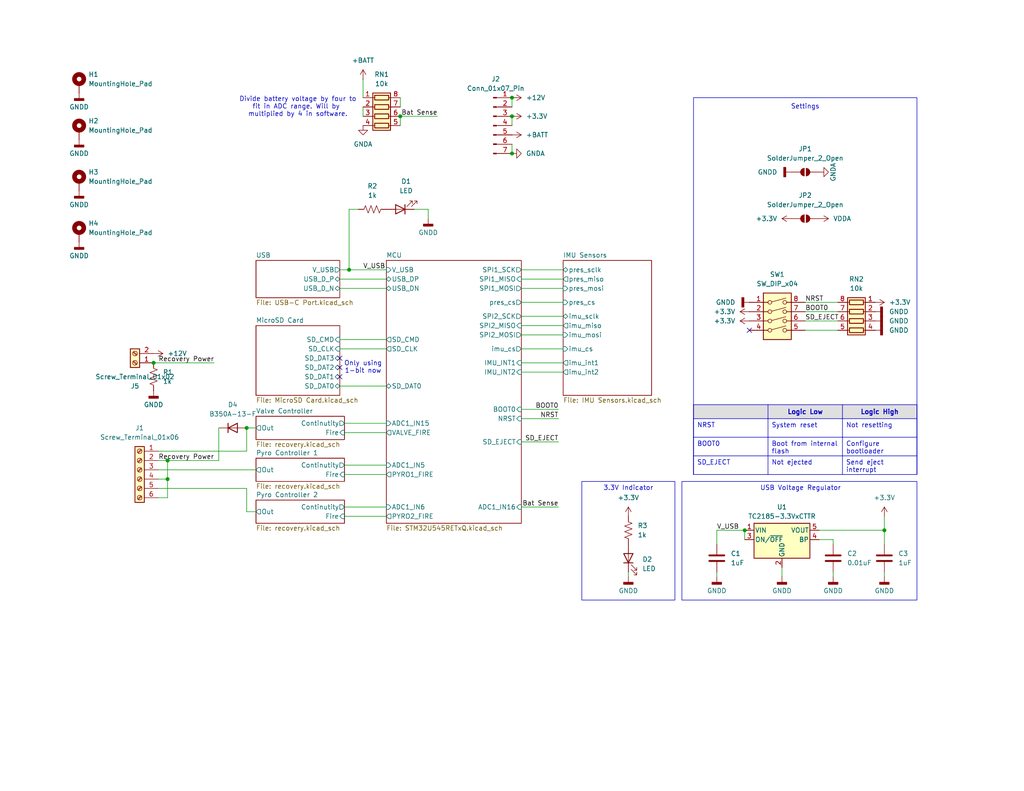
<source format=kicad_sch>
(kicad_sch (version 20250114) (generator "eeschema") (generator_version "9.0")
  (paper "USLetter")
  (title_block (title "Control Module") (date "2025-04-10") (rev "1") (company "Rowan Rocketry"))
  (lib_symbols
    (symbol "Connector:Conn_01x07_Pin" (pin_names (offset 1.016) (hide yes))
      (property "Reference" "J" (at 0 10.16 0))
      (property "Value" "Conn_01x07_Pin" (at 0 -10.16 0))
      (symbol "Conn_01x07_Pin_1_1"
        (rectangle (start 0.8636 7.747) (end 0 7.493) (stroke (width 0.1524)) (fill (type outline)))
        (rectangle (start 0.8636 5.207) (end 0 4.953) (stroke (width 0.1524)) (fill (type outline)))
        (rectangle (start 0.8636 2.667) (end 0 2.413) (stroke (width 0.1524)) (fill (type outline)))
        (rectangle (start 0.8636 0.127) (end 0 -0.127) (stroke (width 0.1524)) (fill (type outline)))
        (rectangle (start 0.8636 -2.413) (end 0 -2.667) (stroke (width 0.1524)) (fill (type outline)))
        (rectangle (start 0.8636 -4.953) (end 0 -5.207) (stroke (width 0.1524)) (fill (type outline)))
        (rectangle (start 0.8636 -7.493) (end 0 -7.747) (stroke (width 0.1524)) (fill (type outline)))
        (polyline (pts (xy 1.27 7.62) (xy 0.8636 7.62)) (stroke (width 0.1524)))
        (polyline (pts (xy 1.27 5.08) (xy 0.8636 5.08)) (stroke (width 0.1524)))
        (polyline (pts (xy 1.27 2.54) (xy 0.8636 2.54)) (stroke (width 0.1524)))
        (polyline (pts (xy 1.27 0) (xy 0.8636 0)) (stroke (width 0.1524)))
        (polyline (pts (xy 1.27 -2.54) (xy 0.8636 -2.54)) (stroke (width 0.1524)))
        (polyline (pts (xy 1.27 -5.08) (xy 0.8636 -5.08)) (stroke (width 0.1524)))
        (polyline (pts (xy 1.27 -7.62) (xy 0.8636 -7.62)) (stroke (width 0.1524)))
        (pin passive line (at 5.08 7.62 180) (length 3.81) (name "Pin_1") (number "1"))
        (pin passive line (at 5.08 5.08 180) (length 3.81) (name "Pin_2") (number "2"))
        (pin passive line (at 5.08 2.54 180) (length 3.81) (name "Pin_3") (number "3"))
        (pin passive line (at 5.08 0 180) (length 3.81) (name "Pin_4") (number "4"))
        (pin passive line (at 5.08 -2.54 180) (length 3.81) (name "Pin_5") (number "5"))
        (pin passive line (at 5.08 -5.08 180) (length 3.81) (name "Pin_6") (number "6"))
        (pin passive line (at 5.08 -7.62 180) (length 3.81) (name "Pin_7") (number "7"))
      )
    )
    (symbol "Connector:Screw_Terminal_01x02" (pin_names (offset 1.016) (hide yes))
      (property "Reference" "J" (at 0 2.54 0))
      (property "Value" "Screw_Terminal_01x02" (at 0 -5.08 0))
      (symbol "Screw_Terminal_01x02_1_1"
        (rectangle (start -1.27 1.27) (end 1.27 -3.81) (stroke (width 0.254)) (fill (type background)))
        (polyline (pts (xy -0.5334 0.3302) (xy 0.3302 -0.508)) (stroke (width 0.1524)))
        (polyline (pts (xy -0.5334 -2.2098) (xy 0.3302 -3.048)) (stroke (width 0.1524)))
        (polyline (pts (xy -0.3556 0.508) (xy 0.508 -0.3302)) (stroke (width 0.1524)))
        (polyline (pts (xy -0.3556 -2.032) (xy 0.508 -2.8702)) (stroke (width 0.1524)))
        (circle (center 0 0) (radius 0.635) (stroke (width 0.1524)))
        (circle (center 0 -2.54) (radius 0.635) (stroke (width 0.1524)))
        (pin passive line (at -5.08 0 0) (length 3.81) (name "Pin_1") (number "1"))
        (pin passive line (at -5.08 -2.54 0) (length 3.81) (name "Pin_2") (number "2"))
      )
    )
    (symbol "Connector:Screw_Terminal_01x06" (pin_names (offset 1.016) (hide yes))
      (property "Reference" "J" (at 0 7.62 0))
      (property "Value" "Screw_Terminal_01x06" (at 0 -10.16 0))
      (symbol "Screw_Terminal_01x06_1_1"
        (rectangle (start -1.27 6.35) (end 1.27 -8.89) (stroke (width 0.254)) (fill (type background)))
        (polyline (pts (xy -0.5334 5.4102) (xy 0.3302 4.572)) (stroke (width 0.1524)))
        (polyline (pts (xy -0.5334 2.8702) (xy 0.3302 2.032)) (stroke (width 0.1524)))
        (polyline (pts (xy -0.5334 0.3302) (xy 0.3302 -0.508)) (stroke (width 0.1524)))
        (polyline (pts (xy -0.5334 -2.2098) (xy 0.3302 -3.048)) (stroke (width 0.1524)))
        (polyline (pts (xy -0.5334 -4.7498) (xy 0.3302 -5.588)) (stroke (width 0.1524)))
        (polyline (pts (xy -0.5334 -7.2898) (xy 0.3302 -8.128)) (stroke (width 0.1524)))
        (polyline (pts (xy -0.3556 5.588) (xy 0.508 4.7498)) (stroke (width 0.1524)))
        (polyline (pts (xy -0.3556 3.048) (xy 0.508 2.2098)) (stroke (width 0.1524)))
        (polyline (pts (xy -0.3556 0.508) (xy 0.508 -0.3302)) (stroke (width 0.1524)))
        (polyline (pts (xy -0.3556 -2.032) (xy 0.508 -2.8702)) (stroke (width 0.1524)))
        (polyline (pts (xy -0.3556 -4.572) (xy 0.508 -5.4102)) (stroke (width 0.1524)))
        (polyline (pts (xy -0.3556 -7.112) (xy 0.508 -7.9502)) (stroke (width 0.1524)))
        (circle (center 0 5.08) (radius 0.635) (stroke (width 0.1524)))
        (circle (center 0 2.54) (radius 0.635) (stroke (width 0.1524)))
        (circle (center 0 0) (radius 0.635) (stroke (width 0.1524)))
        (circle (center 0 -2.54) (radius 0.635) (stroke (width 0.1524)))
        (circle (center 0 -5.08) (radius 0.635) (stroke (width 0.1524)))
        (circle (center 0 -7.62) (radius 0.635) (stroke (width 0.1524)))
        (pin passive line (at -5.08 5.08 0) (length 3.81) (name "Pin_1") (number "1"))
        (pin passive line (at -5.08 2.54 0) (length 3.81) (name "Pin_2") (number "2"))
        (pin passive line (at -5.08 0 0) (length 3.81) (name "Pin_3") (number "3"))
        (pin passive line (at -5.08 -2.54 0) (length 3.81) (name "Pin_4") (number "4"))
        (pin passive line (at -5.08 -5.08 0) (length 3.81) (name "Pin_5") (number "5"))
        (pin passive line (at -5.08 -7.62 0) (length 3.81) (name "Pin_6") (number "6"))
      )
    )
    (symbol "Device:C" (pin_numbers (hide yes)) (pin_names (offset 0.254))
      (property "Reference" "C" (at 0.635 2.54 0))
      (property "Value" "C" (at 0.635 -2.54 0))
      (symbol "C_0_1"
        (polyline (pts (xy -2.032 0.762) (xy 2.032 0.762)) (stroke (width 0.508)))
        (polyline (pts (xy -2.032 -0.762) (xy 2.032 -0.762)) (stroke (width 0.508)))
      )
      (symbol "C_1_1"
        (pin passive line (at 0 3.81 270) (length 2.794) (name "~") (number "1"))
        (pin passive line (at 0 -3.81 90) (length 2.794) (name "~") (number "2"))
      )
    )
    (symbol "Device:D" (pin_numbers (hide yes)) (pin_names (offset 1.016) (hide yes))
      (property "Reference" "D" (at 0 2.54 0))
      (property "Value" "D" (at 0 -2.54 0))
      (symbol "D_0_1"
        (polyline (pts (xy -1.27 1.27) (xy -1.27 -1.27)) (stroke (width 0.254)))
        (polyline (pts (xy 1.27 1.27) (xy 1.27 -1.27) (xy -1.27 0) (xy 1.27 1.27)) (stroke (width 0.254)))
        (polyline (pts (xy 1.27 0) (xy -1.27 0)))
      )
      (symbol "D_1_1"
        (pin passive line (at -3.81 0 0) (length 2.54) (name "K") (number "1"))
        (pin passive line (at 3.81 0 180) (length 2.54) (name "A") (number "2"))
      )
    )
    (symbol "Device:LED" (pin_numbers (hide yes)) (pin_names (offset 1.016) (hide yes))
      (property "Reference" "D" (at 0 2.54 0))
      (property "Value" "LED" (at 0 -2.54 0))
      (symbol "LED_0_1"
        (polyline (pts (xy -3.048 -0.762) (xy -4.572 -2.286) (xy -3.81 -2.286) (xy -4.572 -2.286) (xy -4.572 -1.524)))
        (polyline (pts (xy -1.778 -0.762) (xy -3.302 -2.286) (xy -2.54 -2.286) (xy -3.302 -2.286) (xy -3.302 -1.524)))
        (polyline (pts (xy -1.27 0) (xy 1.27 0)))
        (polyline (pts (xy -1.27 -1.27) (xy -1.27 1.27)) (stroke (width 0.254)))
        (polyline (pts (xy 1.27 -1.27) (xy 1.27 1.27) (xy -1.27 0) (xy 1.27 -1.27)) (stroke (width 0.254)))
      )
      (symbol "LED_1_1"
        (pin passive line (at -3.81 0 0) (length 2.54) (name "K") (number "1"))
        (pin passive line (at 3.81 0 180) (length 2.54) (name "A") (number "2"))
      )
    )
    (symbol "Device:R_Pack04" (pin_names (offset 0) (hide yes))
      (property "Reference" "RN" (at -7.62 0 90))
      (property "Value" "R_Pack04" (at 5.08 0 90))
      (symbol "R_Pack04_0_1"
        (rectangle (start -6.35 -2.413) (end 3.81 2.413) (stroke (width 0.254)) (fill (type background)))
        (rectangle (start -5.715 1.905) (end -4.445 -1.905) (stroke (width 0.254)))
        (polyline (pts (xy -5.08 1.905) (xy -5.08 2.54)))
        (polyline (pts (xy -5.08 -2.54) (xy -5.08 -1.905)))
        (rectangle (start -3.175 1.905) (end -1.905 -1.905) (stroke (width 0.254)))
        (polyline (pts (xy -2.54 1.905) (xy -2.54 2.54)))
        (polyline (pts (xy -2.54 -2.54) (xy -2.54 -1.905)))
        (rectangle (start -0.635 1.905) (end 0.635 -1.905) (stroke (width 0.254)))
        (polyline (pts (xy 0 1.905) (xy 0 2.54)))
        (polyline (pts (xy 0 -2.54) (xy 0 -1.905)))
        (rectangle (start 1.905 1.905) (end 3.175 -1.905) (stroke (width 0.254)))
        (polyline (pts (xy 2.54 1.905) (xy 2.54 2.54)))
        (polyline (pts (xy 2.54 -2.54) (xy 2.54 -1.905)))
      )
      (symbol "R_Pack04_1_1"
        (pin passive line (at -5.08 5.08 270) (length 2.54) (name "R1.2") (number "8"))
        (pin passive line (at -5.08 -5.08 90) (length 2.54) (name "R1.1") (number "1"))
        (pin passive line (at -2.54 5.08 270) (length 2.54) (name "R2.2") (number "7"))
        (pin passive line (at -2.54 -5.08 90) (length 2.54) (name "R2.1") (number "2"))
        (pin passive line (at 0 5.08 270) (length 2.54) (name "R3.2") (number "6"))
        (pin passive line (at 0 -5.08 90) (length 2.54) (name "R3.1") (number "3"))
        (pin passive line (at 2.54 5.08 270) (length 2.54) (name "R4.2") (number "5"))
        (pin passive line (at 2.54 -5.08 90) (length 2.54) (name "R4.1") (number "4"))
      )
    )
    (symbol "Device:R_US" (pin_numbers (hide yes)) (pin_names (offset 0))
      (property "Reference" "R" (at 2.54 0 90))
      (property "Value" "R_US" (at -2.54 0 90))
      (symbol "R_US_0_1"
        (polyline (pts (xy 0 2.286) (xy 0 2.54)))
        (polyline (pts (xy 0 2.286) (xy 1.016 1.905) (xy 0 1.524) (xy -1.016 1.143) (xy 0 0.762)))
        (polyline (pts (xy 0 0.762) (xy 1.016 0.381) (xy 0 0) (xy -1.016 -0.381) (xy 0 -0.762)))
        (polyline (pts (xy 0 -0.762) (xy 1.016 -1.143) (xy 0 -1.524) (xy -1.016 -1.905) (xy 0 -2.286)))
        (polyline (pts (xy 0 -2.286) (xy 0 -2.54)))
      )
      (symbol "R_US_1_1"
        (pin passive line (at 0 3.81 270) (length 1.27) (name "~") (number "1"))
        (pin passive line (at 0 -3.81 90) (length 1.27) (name "~") (number "2"))
      )
    )
    (symbol "Jumper:SolderJumper_2_Open" (pin_numbers (hide yes)) (pin_names (offset 0) (hide yes)) (in_bom no)
      (property "Reference" "JP" (at 0 2.032 0))
      (property "Value" "SolderJumper_2_Open" (at 0 -2.54 0))
      (symbol "SolderJumper_2_Open_0_1"
        (polyline (pts (xy -0.254 1.016) (xy -0.254 -1.016)))
        (arc (start -0.254 -1.016) (mid -1.2656 0) (end -0.254 1.016))
        (arc (start -0.254 -1.016) (mid -1.2656 0) (end -0.254 1.016) (fill (type outline)))
        (arc (start 0.254 1.016) (mid 1.2656 0) (end 0.254 -1.016))
        (arc (start 0.254 1.016) (mid 1.2656 0) (end 0.254 -1.016) (fill (type outline)))
        (polyline (pts (xy 0.254 1.016) (xy 0.254 -1.016)))
      )
      (symbol "SolderJumper_2_Open_1_1"
        (pin passive line (at -3.81 0 0) (length 2.54) (name "A") (number "1"))
        (pin passive line (at 3.81 0 180) (length 2.54) (name "B") (number "2"))
      )
    )
    (symbol "Mechanical:MountingHole_Pad" (pin_numbers (hide yes)) (pin_names (offset 1.016) (hide yes)) (exclude_from_sim yes) (in_bom no)
      (property "Reference" "H" (at 0 6.35 0))
      (property "Value" "MountingHole_Pad" (at 0 4.445 0))
      (symbol "MountingHole_Pad_0_1"
        (circle (center 0 1.27) (radius 1.27) (stroke (width 1.27)))
      )
      (symbol "MountingHole_Pad_1_1"
        (pin input line (at 0 -2.54 90) (length 2.54) (name "1") (number "1"))
      )
    )
    (symbol "Regulator_Linear:TC2185-3.3VxCTTR" (pin_names (offset 0.254))
      (property "Reference" "U" (at -6.35 5.715 0))
      (property "Value" "TC2185-3.3VxCTTR" (at 0 5.715 0))
      (symbol "TC2185-3.3VxCTTR_0_1"
        (rectangle (start -7.62 -5.08) (end 7.62 4.445) (stroke (width 0.254)) (fill (type background)))
      )
      (symbol "TC2185-3.3VxCTTR_1_1"
        (pin power_in line (at -10.16 2.54 0) (length 2.54) (name "VIN") (number "1"))
        (pin input line (at -10.16 0 0) (length 2.54) (name "ON/~{OFF}") (number "3"))
        (pin power_in line (at 0 -7.62 90) (length 2.54) (name "GND") (number "2"))
        (pin power_out line (at 10.16 2.54 180) (length 2.54) (name "VOUT") (number "5"))
        (pin input line (at 10.16 0 180) (length 2.54) (name "BP") (number "4"))
      )
    )
    (symbol "Switch:SW_DIP_x04" (pin_names (offset 0) (hide yes))
      (property "Reference" "SW" (at 0 8.89 0))
      (property "Value" "SW_DIP_x04" (at 0 -6.35 0))
      (symbol "SW_DIP_x04_0_0"
        (circle (center -2.032 5.08) (radius 0.508))
        (circle (center -2.032 2.54) (radius 0.508))
        (circle (center -2.032 0) (radius 0.508))
        (circle (center -2.032 -2.54) (radius 0.508))
        (polyline (pts (xy -1.524 5.207) (xy 2.3622 6.2484)))
        (polyline (pts (xy -1.524 2.667) (xy 2.3622 3.7084)))
        (polyline (pts (xy -1.524 0.127) (xy 2.3622 1.1684)))
        (polyline (pts (xy -1.524 -2.3876) (xy 2.3622 -1.3462)))
        (circle (center 2.032 5.08) (radius 0.508))
        (circle (center 2.032 2.54) (radius 0.508))
        (circle (center 2.032 0) (radius 0.508))
        (circle (center 2.032 -2.54) (radius 0.508))
      )
      (symbol "SW_DIP_x04_0_1"
        (rectangle (start -3.81 7.62) (end 3.81 -5.08) (stroke (width 0.254)) (fill (type background)))
      )
      (symbol "SW_DIP_x04_1_1"
        (pin passive line (at -7.62 5.08 0) (length 5.08) (name "~") (number "1"))
        (pin passive line (at -7.62 2.54 0) (length 5.08) (name "~") (number "2"))
        (pin passive line (at -7.62 0 0) (length 5.08) (name "~") (number "3"))
        (pin passive line (at -7.62 -2.54 0) (length 5.08) (name "~") (number "4"))
        (pin passive line (at 7.62 5.08 180) (length 5.08) (name "~") (number "8"))
        (pin passive line (at 7.62 2.54 180) (length 5.08) (name "~") (number "7"))
        (pin passive line (at 7.62 0 180) (length 5.08) (name "~") (number "6"))
        (pin passive line (at 7.62 -2.54 180) (length 5.08) (name "~") (number "5"))
      )
    )
    (symbol "power:+12V" (power) (pin_numbers (hide yes)) (pin_names (offset 0) (hide yes))
      (property "Value" "+12V" (at 0 3.556 0))
      (symbol "+12V_0_1"
        (polyline (pts (xy -0.762 1.27) (xy 0 2.54)))
        (polyline (pts (xy 0 2.54) (xy 0.762 1.27)))
        (polyline (pts (xy 0 0) (xy 0 2.54)))
      )
      (symbol "+12V_1_1"
        (pin power_in line (at 0 0 90) (length 0) (name "~") (number "1"))
      )
    )
    (symbol "power:+3.3V" (power) (pin_numbers (hide yes)) (pin_names (offset 0) (hide yes))
      (property "Value" "+3.3V" (at 0 3.556 0))
      (symbol "+3.3V_0_1"
        (polyline (pts (xy -0.762 1.27) (xy 0 2.54)))
        (polyline (pts (xy 0 2.54) (xy 0.762 1.27)))
        (polyline (pts (xy 0 0) (xy 0 2.54)))
      )
      (symbol "+3.3V_1_1"
        (pin power_in line (at 0 0 90) (length 0) (name "~") (number "1"))
      )
    )
    (symbol "power:+BATT" (power) (pin_numbers (hide yes)) (pin_names (offset 0) (hide yes))
      (property "Value" "+BATT" (at 0 3.556 0))
      (symbol "+BATT_0_1"
        (polyline (pts (xy -0.762 1.27) (xy 0 2.54)))
        (polyline (pts (xy 0 2.54) (xy 0.762 1.27)))
        (polyline (pts (xy 0 0) (xy 0 2.54)))
      )
      (symbol "+BATT_1_1"
        (pin power_in line (at 0 0 90) (length 0) (name "~") (number "1"))
      )
    )
    (symbol "power:GNDA" (power) (pin_numbers (hide yes)) (pin_names (offset 0) (hide yes))
      (property "Value" "GNDA" (at 0 -3.81 0))
      (symbol "GNDA_0_1"
        (polyline (pts (xy 0 0) (xy 0 -1.27) (xy 1.27 -1.27) (xy 0 -2.54) (xy -1.27 -1.27) (xy 0 -1.27)))
      )
      (symbol "GNDA_1_1"
        (pin power_in line (at 0 0 270) (length 0) (name "~") (number "1"))
      )
    )
    (symbol "power:GNDD" (power) (pin_numbers (hide yes)) (pin_names (offset 0) (hide yes))
      (property "Value" "GNDD" (at 0 -3.175 0))
      (symbol "GNDD_0_1"
        (rectangle (start -1.27 -1.524) (end 1.27 -2.032) (stroke (width 0.254)) (fill (type outline)))
        (polyline (pts (xy 0 0) (xy 0 -1.524)))
      )
      (symbol "GNDD_1_1"
        (pin power_in line (at 0 0 270) (length 0) (name "~") (number "1"))
      )
    )
    (symbol "power:VDDA" (power) (pin_numbers (hide yes)) (pin_names (offset 0) (hide yes))
      (property "Value" "VDDA" (at 0 3.556 0))
      (symbol "VDDA_0_1"
        (polyline (pts (xy -0.762 1.27) (xy 0 2.54)))
        (polyline (pts (xy 0 2.54) (xy 0.762 1.27)))
        (polyline (pts (xy 0 0) (xy 0 2.54)))
      )
      (symbol "VDDA_1_1"
        (pin power_in line (at 0 0 90) (length 0) (name "~") (number "1"))
      )
    )
  )
  (rectangle (start 158.75 131.445) (end 184.15 163.83))
  (rectangle (start 189.23 26.67) (end 250.19 129.54))
  (rectangle (start 186.055 131.445) (end 250.19 163.83))
  (text "Settings" (at 219.71 29.21 0) (effects (font (size 1.27 1.27))))
  (text "Divide battery voltage by four to\nfit in ADC range. Will by \nmultiplied by 4 in software." (at 81.28 29.21 0) (effects (font (size 1.27 1.27))))
  (text "3.3V Indicator" (at 171.45 133.35 0) (effects (font (size 1.27 1.27))))
  (text "Only using\n1-bit now" (at 99.06 100.33 0) (effects (font (size 1.27 1.27))))
  (text "USB Voltage Regulator" (at 218.44 133.35 0) (effects (font (size 1.27 1.27))))
  (junction (at 67.31 116.84))
  (junction (at 139.7 26.67))
  (junction (at 203.2 144.78))
  (junction (at 139.7 41.91))
  (junction (at 45.72 125.73))
  (junction (at 45.72 130.81))
  (junction (at 139.7 31.75))
  (junction (at 95.25 73.66))
  (junction (at 241.3 144.78))
  (junction (at 41.91 99.06))
  (junction (at 109.22 31.75))
  (no_connect (at 92.71 100.33))
  (no_connect (at 92.71 97.79))
  (no_connect (at 92.71 102.87))
  (no_connect (at 204.47 90.17))
  (wire (pts (xy 142.24 86.36) (xy 153.67 86.36)))
  (wire (pts (xy 67.31 123.19) (xy 67.31 116.84)))
  (wire (pts (xy 67.31 139.7) (xy 67.31 133.35)))
  (wire (pts (xy 116.84 59.69) (xy 116.84 57.15)))
  (wire (pts (xy 213.36 157.48) (xy 213.36 154.94)))
  (wire (pts (xy 67.31 133.35) (xy 43.18 133.35)))
  (wire (pts (xy 45.72 135.89) (xy 45.72 130.81)))
  (wire (pts (xy 58.42 99.06) (xy 41.91 99.06)))
  (wire (pts (xy 92.71 105.41) (xy 105.41 105.41)))
  (wire (pts (xy 142.24 91.44) (xy 153.67 91.44)))
  (wire (pts (xy 241.3 156.21) (xy 241.3 157.48)))
  (wire (pts (xy 241.3 140.97) (xy 241.3 144.78)))
  (wire (pts (xy 223.52 147.32) (xy 227.33 147.32)))
  (wire (pts (xy 92.71 78.74) (xy 105.41 78.74)))
  (wire (pts (xy 93.98 129.54) (xy 105.41 129.54)))
  (wire (pts (xy 219.71 87.63) (xy 228.6 87.63)))
  (wire (pts (xy 241.3 144.78) (xy 241.3 148.59)))
  (wire (pts (xy 195.58 148.59) (xy 195.58 144.78)))
  (wire (pts (xy 195.58 144.78) (xy 203.2 144.78)))
  (wire (pts (xy 152.4 111.76) (xy 142.24 111.76)))
  (wire (pts (xy 43.18 130.81) (xy 45.72 130.81)))
  (wire (pts (xy 142.24 76.2) (xy 153.67 76.2)))
  (wire (pts (xy 69.85 139.7) (xy 67.31 139.7)))
  (wire (pts (xy 219.71 90.17) (xy 228.6 90.17)))
  (wire (pts (xy 139.7 26.67) (xy 139.7 29.21)))
  (wire (pts (xy 227.33 147.32) (xy 227.33 148.59)))
  (wire (pts (xy 43.18 135.89) (xy 45.72 135.89)))
  (wire (pts (xy 152.4 138.43) (xy 142.24 138.43)))
  (wire (pts (xy 92.71 76.2) (xy 105.41 76.2)))
  (wire (pts (xy 45.72 125.73) (xy 59.69 125.73)))
  (wire (pts (xy 93.98 138.43) (xy 105.41 138.43)))
  (wire (pts (xy 219.71 82.55) (xy 228.6 82.55)))
  (wire (pts (xy 43.18 125.73) (xy 45.72 125.73)))
  (wire (pts (xy 219.71 85.09) (xy 228.6 85.09)))
  (wire (pts (xy 109.22 26.67) (xy 109.22 29.21)))
  (wire (pts (xy 142.24 73.66) (xy 153.67 73.66)))
  (wire (pts (xy 142.24 101.6) (xy 153.67 101.6)))
  (wire (pts (xy 142.24 82.55) (xy 153.67 82.55)))
  (wire (pts (xy 92.71 95.25) (xy 105.41 95.25)))
  (wire (pts (xy 116.84 57.15) (xy 113.03 57.15)))
  (wire (pts (xy 93.98 115.57) (xy 105.41 115.57)))
  (wire (pts (xy 67.31 116.84) (xy 69.85 116.84)))
  (wire (pts (xy 227.33 157.48) (xy 227.33 156.21)))
  (wire (pts (xy 95.25 57.15) (xy 95.25 73.66)))
  (wire (pts (xy 97.79 57.15) (xy 95.25 57.15)))
  (wire (pts (xy 92.71 73.66) (xy 95.25 73.66)))
  (wire (pts (xy 45.72 130.81) (xy 45.72 125.73)))
  (wire (pts (xy 93.98 118.11) (xy 105.41 118.11)))
  (wire (pts (xy 142.24 78.74) (xy 153.67 78.74)))
  (wire (pts (xy 171.45 157.48) (xy 171.45 156.21)))
  (wire (pts (xy 43.18 128.27) (xy 69.85 128.27)))
  (wire (pts (xy 195.58 156.21) (xy 195.58 157.48)))
  (wire (pts (xy 152.4 114.3) (xy 142.24 114.3)))
  (wire (pts (xy 99.06 29.21) (xy 99.06 31.75)))
  (wire (pts (xy 99.06 21.59) (xy 99.06 26.67)))
  (wire (pts (xy 92.71 92.71) (xy 105.41 92.71)))
  (wire (pts (xy 142.24 95.25) (xy 153.67 95.25)))
  (wire (pts (xy 93.98 140.97) (xy 105.41 140.97)))
  (wire (pts (xy 223.52 144.78) (xy 241.3 144.78)))
  (wire (pts (xy 203.2 144.78) (xy 203.2 147.32)))
  (wire (pts (xy 109.22 31.75) (xy 109.22 34.29)))
  (wire (pts (xy 142.24 99.06) (xy 153.67 99.06)))
  (wire (pts (xy 152.4 120.65) (xy 142.24 120.65)))
  (wire (pts (xy 139.7 31.75) (xy 139.7 34.29)))
  (wire (pts (xy 43.18 123.19) (xy 67.31 123.19)))
  (wire (pts (xy 59.69 116.84) (xy 59.69 125.73)))
  (wire (pts (xy 142.24 88.9) (xy 153.67 88.9)))
  (wire (pts (xy 93.98 127) (xy 105.41 127)))
  (wire (pts (xy 109.22 31.75) (xy 119.38 31.75)))
  (wire (pts (xy 95.25 73.66) (xy 105.41 73.66)))
  (wire (pts (xy 139.7 41.91) (xy 139.7 39.37)))
  (table (column_count 3) (border (external yes) (header yes)) (separators (rows yes) (cols yes)) (column_widths 20.32 20.32 20.32) (row_heights 3.81 5.08 5.08 5.08) (cells (table_cell "" (at 189.23 110.49 0) (size 20.32 3.81) (margins 0.9525 0.9525 0.9525 0.9525) (span 1 1) (fill (type color) (color 0 0 0 0.1254901961))) (table_cell "Logic Low" (at 209.55 110.49 0) (size 20.32 3.81) (margins 0.9525 0.9525 0.9525 0.9525) (span 1 1) (fill (type color) (color 0 0 0 0.1254901961))) (table_cell "Logic High" (at 229.87 110.49 0) (size 20.32 3.81) (margins 0.9525 0.9525 0.9525 0.9525) (span 1 1) (fill (type color) (color 0 0 0 0.1254901961))) (table_cell "NRST" (at 189.23 114.3 0) (size 20.32 5.08) (margins 0.9525 0.9525 0.9525 0.9525) (span 1 1)) (table_cell "System reset" (at 209.55 114.3 0) (size 20.32 5.08) (margins 0.9525 0.9525 0.9525 0.9525) (span 1 1)) (table_cell "Not resetting" (at 229.87 114.3 0) (size 20.32 5.08) (margins 0.9525 0.9525 0.9525 0.9525) (span 1 1)) (table_cell "BOOT0" (at 189.23 119.38 0) (size 20.32 5.08) (margins 0.9525 0.9525 0.9525 0.9525) (span 1 1)) (table_cell "Boot from internal flash" (at 209.55 119.38 0) (size 20.32 5.08) (margins 0.9525 0.9525 0.9525 0.9525) (span 1 1)) (table_cell "Configure bootloader" (at 229.87 119.38 0) (size 20.32 5.08) (margins 0.9525 0.9525 0.9525 0.9525) (span 1 1)) (table_cell "SD_EJECT" (at 189.23 124.46 0) (size 20.32 5.08) (margins 0.9525 0.9525 0.9525 0.9525) (span 1 1)) (table_cell "Not ejected" (at 209.55 124.46 0) (size 20.32 5.08) (margins 0.9525 0.9525 0.9525 0.9525) (span 1 1)) (table_cell "Send eject interrupt" (at 229.87 124.46 0) (size 20.32 5.08) (margins 0.9525 0.9525 0.9525 0.9525) (span 1 1))))
  (label "Bat Sense" (at 119.38 31.75 180))
  (label "SD_EJECT" (at 219.71 87.63 0))
  (label "Recovery Power" (at 58.42 125.73 180))
  (label "SD_EJECT" (at 152.4 120.65 180))
  (label "V_USB" (at 99.06 73.66 0))
  (label "NRST" (at 152.4 114.3 180))
  (label "V_USB" (at 195.58 144.78 0))
  (label "BOOT0" (at 219.71 85.09 0))
  (label "NRST" (at 219.71 82.55 0))
  (label "Recovery Power" (at 58.42 99.06 180))
  (label "BOOT0" (at 152.4 111.76 180))
  (label "Bat Sense" (at 152.4 138.43 180))
  (symbol (lib_id "power:GNDD") (at 41.91 106.68 0) (unit 1)
    (property "Reference" "#PWR06" (effects (hide yes)))
    (property "Value" "GNDD" (at 41.91 110.49 0))
    (property "Description" "Power symbol creates a global label with name \"GNDD\" , digital ground" (effects (hide yes)))
  )
  (symbol (lib_id "power:GNDA") (at 99.06 34.29 0) (unit 1)
    (property "Reference" "#PWR07" (effects (hide yes)))
    (property "Value" "GNDA" (at 99.06 39.37 0))
    (property "Description" "Power symbol creates a global label with name \"GNDA\" , analog ground" (effects (hide yes)))
  )
  (symbol (lib_id "Mechanical:MountingHole_Pad") (at 21.59 49.53 0) (unit 1) (exclude_from_sim yes) (in_bom no)
    (property "Reference" "H3" (at 24.13 46.9899 0) (effects (justify left)))
    (property "Value" "MountingHole_Pad" (at 24.13 49.5299 0) (effects (justify left)))
    (property "Footprint" "MountingHole:MountingHole_3.2mm_M3_Pad_Via" (effects (hide yes)))
    (property "Description" "Mounting Hole with connection" (effects (hide yes)))
  )
  (symbol (lib_id "Device:R_Pack04") (at 104.14 31.75 270) (unit 1)
    (property "Reference" "RN1" (at 104.14 20.32 90))
    (property "Value" "10k" (at 104.14 22.86 90))
    (property "Footprint" "Resistor_SMD:R_Array_Convex_4x0612" (effects (hide yes)))
    (property "Datasheet" "https://www.vishay.com/docs/28751/acasprec.pdf" (effects (hide yes)))
    (property "Description" "4 resistor network, parallel topology" (effects (hide yes)))
  )
  (symbol (lib_id "power:GNDD") (at 21.59 66.04 0) (unit 1)
    (property "Reference" "#PWR04" (effects (hide yes)))
    (property "Value" "GNDD" (at 21.59 69.85 0))
    (property "Description" "Power symbol creates a global label with name \"GNDD\" , digital ground" (effects (hide yes)))
  )
  (symbol (lib_id "power:GNDD") (at 241.3 157.48 0) (unit 1)
    (property "Reference" "#PWR015" (effects (hide yes)))
    (property "Value" "GNDD" (at 241.3 161.29 0))
    (property "Description" "Power symbol creates a global label with name \"GNDD\" , digital ground" (effects (hide yes)))
  )
  (symbol (lib_id "Mechanical:MountingHole_Pad") (at 21.59 22.86 0) (unit 1) (exclude_from_sim yes) (in_bom no)
    (property "Reference" "H1" (at 24.13 20.3199 0) (effects (justify left)))
    (property "Value" "MountingHole_Pad" (at 24.13 22.8599 0) (effects (justify left)))
    (property "Footprint" "MountingHole:MountingHole_3.2mm_M3_Pad_Via" (effects (hide yes)))
    (property "Description" "Mounting Hole with connection" (effects (hide yes)))
  )
  (symbol (lib_id "power:GNDD") (at 238.76 87.63 90) (unit 1)
    (property "Reference" "#PWR028" (effects (hide yes)))
    (property "Value" "GNDD" (at 242.57 87.6299 90) (effects (justify right)))
    (property "Description" "Power symbol creates a global label with name \"GNDD\" , digital ground" (effects (hide yes)))
  )
  (symbol (lib_id "power:+3.3V") (at 204.47 87.63 90) (unit 1)
    (property "Reference" "#PWR025" (effects (hide yes)))
    (property "Value" "+3.3V" (at 200.66 87.6299 90) (effects (justify left)))
    (property "Description" "Power symbol creates a global label with name \"+3.3V\"" (effects (hide yes)))
  )
  (symbol (lib_id "power:GNDD") (at 21.59 25.4 0) (unit 1)
    (property "Reference" "#PWR01" (effects (hide yes)))
    (property "Value" "GNDD" (at 21.59 29.21 0))
    (property "Description" "Power symbol creates a global label with name \"GNDD\" , digital ground" (effects (hide yes)))
  )
  (symbol (lib_id "power:GNDD") (at 204.47 82.55 270) (unit 1)
    (property "Reference" "#PWR023" (effects (hide yes)))
    (property "Value" "GNDD" (at 200.66 82.5499 90) (effects (justify right)))
    (property "Description" "Power symbol creates a global label with name \"GNDD\" , digital ground" (effects (hide yes)))
  )
  (symbol (lib_id "power:GNDD") (at 238.76 90.17 90) (unit 1)
    (property "Reference" "#PWR069" (effects (hide yes)))
    (property "Value" "GNDD" (at 242.57 90.1699 90) (effects (justify right)))
    (property "Description" "Power symbol creates a global label with name \"GNDD\" , digital ground" (effects (hide yes)))
  )
  (symbol (lib_id "Regulator_Linear:TC2185-3.3VxCTTR") (at 213.36 147.32 0) (unit 1)
    (property "Reference" "U1" (at 213.36 138.43 0))
    (property "Value" "TC2185-3.3VxCTTR" (at 213.36 140.97 0))
    (property "Footprint" "Package_TO_SOT_SMD:SOT-23-5" (effects (hide yes)))
    (property "Datasheet" "http://ww1.microchip.com/downloads/en/DeviceDoc/21662F.pdf" (effects (hide yes)))
    (property "Description" "3.3V 150mA CMOS LDO with Shutdown and Vref Bypass, SOT-23-5" (effects (hide yes)))
    (property "Purchase" "https://www.digikey.com/en/products/detail/microchip-technology/TC2185-3-3VCTTR/443217" (effects (hide yes)))
  )
  (symbol (lib_id "power:+12V") (at 41.91 96.52 270) (unit 1)
    (property "Reference" "#PWR05" (effects (hide yes)))
    (property "Value" "+12V" (at 45.72 96.5199 90) (effects (justify left)))
    (property "Description" "Power symbol creates a global label with name \"+12V\"" (effects (hide yes)))
  )
  (symbol (lib_id "power:+12V") (at 139.7 26.67 270) (unit 1)
    (property "Reference" "#PWR016" (effects (hide yes)))
    (property "Value" "+12V" (at 143.51 26.6699 90) (effects (justify left)))
    (property "Description" "Power symbol creates a global label with name \"+12V\"" (effects (hide yes)))
  )
  (symbol (lib_id "power:+3.3V") (at 215.9 59.69 90) (unit 1)
    (property "Reference" "#PWR072" (effects (hide yes)))
    (property "Value" "+3.3V" (at 212.09 59.6899 90) (effects (justify left)))
    (property "Description" "Power symbol creates a global label with name \"+3.3V\"" (effects (hide yes)))
  )
  (symbol (lib_id "Mechanical:MountingHole_Pad") (at 21.59 63.5 0) (unit 1) (exclude_from_sim yes) (in_bom no)
    (property "Reference" "H4" (at 24.13 60.9599 0) (effects (justify left)))
    (property "Value" "MountingHole_Pad" (at 24.13 63.4999 0) (effects (justify left)))
    (property "Footprint" "MountingHole:MountingHole_3.2mm_M3_Pad_Via" (effects (hide yes)))
    (property "Description" "Mounting Hole with connection" (effects (hide yes)))
  )
  (symbol (lib_id "Device:D") (at 63.5 116.84 0) (unit 1)
    (property "Reference" "D4" (at 63.5 110.49 0))
    (property "Value" "B350A-13-F" (at 63.5 113.03 0))
    (property "Footprint" "Diode_SMD:D_SOD-123F" (effects (hide yes)))
    (property "Description" "Diode" (effects (hide yes)))
    (property "Sim.Device" "D" (effects (hide yes)))
    (property "Sim.Pins" "1=K 2=A" (effects (hide yes)))
  )
  (symbol (lib_id "Device:LED") (at 109.22 57.15 180) (unit 1)
    (property "Reference" "D1" (at 110.8075 49.53 0))
    (property "Value" "LED" (at 110.8075 52.07 0))
    (property "Footprint" "LED_SMD:LED_0603_1608Metric" (effects (hide yes)))
    (property "Description" "Light emitting diode" (effects (hide yes)))
    (property "Sim.Pins" "1=K 2=A" (effects (hide yes)))
  )
  (symbol (lib_id "power:GNDD") (at 21.59 52.07 0) (unit 1)
    (property "Reference" "#PWR03" (effects (hide yes)))
    (property "Value" "GNDD" (at 21.59 55.88 0))
    (property "Description" "Power symbol creates a global label with name \"GNDD\" , digital ground" (effects (hide yes)))
  )
  (symbol (lib_id "power:+BATT") (at 99.06 21.59 0) (unit 1)
    (property "Reference" "#PWR09" (effects (hide yes)))
    (property "Value" "+BATT" (at 99.06 16.51 0))
    (property "Description" "Power symbol creates a global label with name \"+BATT\"" (effects (hide yes)))
  )
  (symbol (lib_id "Device:C") (at 227.33 152.4 0) (unit 1)
    (property "Reference" "C2" (at 231.14 151.1299 0) (effects (justify left)))
    (property "Value" "0.01uF" (at 231.14 153.6699 0) (effects (justify left)))
    (property "Footprint" "Capacitor_SMD:C_0603_1608Metric" (effects (hide yes)))
    (property "Description" "Unpolarized capacitor" (effects (hide yes)))
  )
  (symbol (lib_id "Connector:Conn_01x07_Pin") (at 134.62 34.29 0) (unit 1)
    (property "Reference" "J2" (at 135.255 21.59 0))
    (property "Value" "Conn_01x07_Pin" (at 135.255 24.13 0))
    (property "Footprint" "Connector_PinHeader_2.54mm:PinHeader_1x07_P2.54mm_Vertical" (effects (hide yes)))
    (property "Description" "Generic connector, single row, 01x07, script generated" (effects (hide yes)))
  )
  (symbol (lib_id "power:GNDD") (at 238.76 85.09 90) (unit 1)
    (property "Reference" "#PWR027" (effects (hide yes)))
    (property "Value" "GNDD" (at 242.57 85.0899 90) (effects (justify right)))
    (property "Description" "Power symbol creates a global label with name \"GNDD\" , digital ground" (effects (hide yes)))
  )
  (symbol (lib_id "Device:C") (at 241.3 152.4 0) (unit 1)
    (property "Reference" "C3" (at 245.11 151.1299 0) (effects (justify left)))
    (property "Value" "1uF" (at 245.11 153.6699 0) (effects (justify left)))
    (property "Footprint" "Capacitor_SMD:C_0603_1608Metric" (effects (hide yes)))
    (property "Description" "Unpolarized capacitor" (effects (hide yes)))
  )
  (symbol (lib_id "power:+3.3V") (at 171.45 140.97 0) (unit 1)
    (property "Reference" "#PWR019" (effects (hide yes)))
    (property "Value" "+3.3V" (at 171.45 135.89 0))
    (property "Description" "Power symbol creates a global label with name \"+3.3V\"" (effects (hide yes)))
  )
  (symbol (lib_id "Device:R_US") (at 171.45 144.78 0) (unit 1)
    (property "Reference" "R3" (at 173.99 143.5099 0) (effects (justify left)))
    (property "Value" "1k" (at 173.99 146.0499 0) (effects (justify left)))
    (property "Footprint" "Resistor_SMD:R_0603_1608Metric" (effects (hide yes)))
    (property "Description" "Resistor, US symbol" (effects (hide yes)))
  )
  (symbol (lib_id "Connector:Screw_Terminal_01x06") (at 38.1 128.27 0) (mirror y) (unit 1)
    (property "Reference" "J1" (at 38.1 116.84 0))
    (property "Value" "Screw_Terminal_01x06" (at 38.1 119.38 0))
    (property "Footprint" "TerminalBlock_Phoenix:TerminalBlock_Phoenix_MPT-0,5-6-2.54_1x06_P2.54mm_Horizontal" (effects (hide yes)))
    (property "Description" "Generic screw terminal, single row, 01x06, script generated (kicad-library-utils/schlib/autogen/connector/)" (effects (hide yes)))
  )
  (symbol (lib_id "power:+3.3V") (at 238.76 82.55 270) (unit 1)
    (property "Reference" "#PWR026" (effects (hide yes)))
    (property "Value" "+3.3V" (at 242.57 82.5499 90) (effects (justify left)))
    (property "Description" "Power symbol creates a global label with name \"+3.3V\"" (effects (hide yes)))
  )
  (symbol (lib_id "power:VDDA") (at 223.52 59.69 270) (unit 1)
    (property "Reference" "#PWR075" (effects (hide yes)))
    (property "Value" "VDDA" (at 227.33 59.6899 90) (effects (justify left)))
    (property "Description" "Power symbol creates a global label with name \"VDDA\"" (effects (hide yes)))
  )
  (symbol (lib_id "power:GNDD") (at 215.9 46.99 270) (unit 1)
    (property "Reference" "#PWR021" (effects (hide yes)))
    (property "Value" "GNDD" (at 212.09 46.9899 90) (effects (justify right)))
    (property "Description" "Power symbol creates a global label with name \"GNDD\" , digital ground" (effects (hide yes)))
  )
  (symbol (lib_id "power:GNDD") (at 213.36 157.48 0) (unit 1)
    (property "Reference" "#PWR011" (effects (hide yes)))
    (property "Value" "GNDD" (at 213.36 161.29 0))
    (property "Description" "Power symbol creates a global label with name \"GNDD\" , digital ground" (effects (hide yes)))
  )
  (symbol (lib_id "Mechanical:MountingHole_Pad") (at 21.59 35.56 0) (unit 1) (exclude_from_sim yes) (in_bom no)
    (property "Reference" "H2" (at 24.13 33.0199 0) (effects (justify left)))
    (property "Value" "MountingHole_Pad" (at 24.13 35.5599 0) (effects (justify left)))
    (property "Footprint" "MountingHole:MountingHole_3.2mm_M3_Pad_Via" (effects (hide yes)))
    (property "Description" "Mounting Hole with connection" (effects (hide yes)))
  )
  (symbol (lib_id "power:GNDD") (at 116.84 59.69 0) (unit 1)
    (property "Reference" "#PWR012" (effects (hide yes)))
    (property "Value" "GNDD" (at 116.84 63.5 0))
    (property "Description" "Power symbol creates a global label with name \"GNDD\" , digital ground" (effects (hide yes)))
  )
  (symbol (lib_id "power:+BATT") (at 139.7 36.83 270) (unit 1)
    (property "Reference" "#PWR010" (effects (hide yes)))
    (property "Value" "+BATT" (at 143.51 36.8299 90) (effects (justify left)))
    (property "Description" "Power symbol creates a global label with name \"+BATT\"" (effects (hide yes)))
  )
  (symbol (lib_id "power:GNDA") (at 139.7 41.91 90) (unit 1)
    (property "Reference" "#PWR018" (effects (hide yes)))
    (property "Value" "GNDA" (at 143.51 41.9099 90) (effects (justify right)))
    (property "Description" "Power symbol creates a global label with name \"GNDA\" , analog ground" (effects (hide yes)))
  )
  (symbol (lib_id "power:GNDD") (at 171.45 157.48 0) (unit 1)
    (property "Reference" "#PWR020" (effects (hide yes)))
    (property "Value" "GNDD" (at 171.45 161.29 0))
    (property "Description" "Power symbol creates a global label with name \"GNDD\" , digital ground" (effects (hide yes)))
  )
  (symbol (lib_id "Device:R_US") (at 41.91 102.87 180) (unit 1)
    (property "Reference" "R1" (at 44.45 101.5999 0) (effects (justify right)))
    (property "Value" "1k" (at 44.45 104.1399 0) (effects (justify right)))
    (property "Footprint" "Resistor_SMD:R_0603_1608Metric" (effects (hide yes)))
    (property "Description" "Resistor, US symbol" (effects (hide yes)))
  )
  (symbol (lib_id "Device:LED") (at 171.45 152.4 90) (unit 1)
    (property "Reference" "D2" (at 175.26 152.7174 90) (effects (justify right)))
    (property "Value" "LED" (at 175.26 155.2574 90) (effects (justify right)))
    (property "Footprint" "LED_SMD:LED_0603_1608Metric" (effects (hide yes)))
    (property "Description" "Light emitting diode" (effects (hide yes)))
    (property "Sim.Pins" "1=K 2=A" (effects (hide yes)))
  )
  (symbol (lib_id "Device:R_US") (at 101.6 57.15 90) (unit 1)
    (property "Reference" "R2" (at 101.6 50.8 90))
    (property "Value" "1k" (at 101.6 53.34 90))
    (property "Footprint" "Resistor_SMD:R_0603_1608Metric" (effects (hide yes)))
    (property "Description" "Resistor, US symbol" (effects (hide yes)))
  )
  (symbol (lib_id "power:+3.3V") (at 241.3 140.97 0) (unit 1)
    (property "Reference" "#PWR014" (effects (hide yes)))
    (property "Value" "+3.3V" (at 241.3 135.89 0))
    (property "Description" "Power symbol creates a global label with name \"+3.3V\"" (effects (hide yes)))
  )
  (symbol (lib_id "power:GNDD") (at 195.58 157.48 0) (unit 1)
    (property "Reference" "#PWR08" (effects (hide yes)))
    (property "Value" "GNDD" (at 195.58 161.29 0))
    (property "Description" "Power symbol creates a global label with name \"GNDD\" , digital ground" (effects (hide yes)))
  )
  (symbol (lib_id "power:+3.3V") (at 139.7 31.75 270) (unit 1)
    (property "Reference" "#PWR017" (effects (hide yes)))
    (property "Value" "+3.3V" (at 143.51 31.7499 90) (effects (justify left)))
    (property "Description" "Power symbol creates a global label with name \"+3.3V\"" (effects (hide yes)))
  )
  (symbol (lib_id "Device:C") (at 195.58 152.4 0) (unit 1)
    (property "Reference" "C1" (at 199.39 151.1299 0) (effects (justify left)))
    (property "Value" "1uF" (at 199.39 153.6699 0) (effects (justify left)))
    (property "Footprint" "Capacitor_SMD:C_0603_1608Metric" (effects (hide yes)))
    (property "Description" "Unpolarized capacitor" (effects (hide yes)))
  )
  (symbol (lib_id "Jumper:SolderJumper_2_Open") (at 219.71 59.69 0) (unit 1) (in_bom no)
    (property "Reference" "JP2" (at 219.71 53.34 0))
    (property "Value" "SolderJumper_2_Open" (at 219.71 55.88 0))
    (property "Footprint" "Jumper:SolderJumper-2_P1.3mm_Open_RoundedPad1.0x1.5mm" (effects (hide yes)))
    (property "Description" "Solder Jumper, 2-pole, open" (effects (hide yes)))
  )
  (symbol (lib_id "power:GNDA") (at 223.52 46.99 90) (unit 1)
    (property "Reference" "#PWR022" (effects (hide yes)))
    (property "Value" "GNDA" (at 227.33 46.99 0))
    (property "Description" "Power symbol creates a global label with name \"GNDA\" , analog ground" (effects (hide yes)))
  )
  (symbol (lib_id "Jumper:SolderJumper_2_Open") (at 219.71 46.99 0) (unit 1) (in_bom no)
    (property "Reference" "JP1" (at 219.71 40.64 0))
    (property "Value" "SolderJumper_2_Open" (at 219.71 43.18 0))
    (property "Footprint" "Jumper:SolderJumper-2_P1.3mm_Open_RoundedPad1.0x1.5mm" (effects (hide yes)))
    (property "Description" "Solder Jumper, 2-pole, open" (effects (hide yes)))
  )
  (symbol (lib_id "Switch:SW_DIP_x04") (at 212.09 87.63 0) (unit 1)
    (property "Reference" "SW1" (at 212.09 74.93 0))
    (property "Value" "SW_DIP_x04" (at 212.09 77.47 0))
    (property "Footprint" "Button_Switch_SMD:SW_DIP_SPSTx04_Slide_Copal_CHS-04A_W5.08mm_P1.27mm_JPin" (effects (hide yes)))
    (property "Description" "4x DIP Switch, Single Pole Single Throw (SPST) switch, small symbol" (effects (hide yes)))
  )
  (symbol (lib_id "power:+3.3V") (at 204.47 85.09 90) (unit 1)
    (property "Reference" "#PWR024" (effects (hide yes)))
    (property "Value" "+3.3V" (at 200.66 85.0899 90) (effects (justify left)))
    (property "Description" "Power symbol creates a global label with name \"+3.3V\"" (effects (hide yes)))
  )
  (symbol (lib_id "Connector:Screw_Terminal_01x02") (at 36.83 99.06 180) (unit 1)
    (property "Reference" "J5" (at 36.83 105.41 0))
    (property "Value" "Screw_Terminal_01x02" (at 36.83 102.87 0))
    (property "Footprint" "TerminalBlock_Phoenix:TerminalBlock_Phoenix_MPT-0,5-2-2.54_1x02_P2.54mm_Horizontal" (effects (hide yes)))
    (property "Description" "Generic screw terminal, single row, 01x02, script generated (kicad-library-utils/schlib/autogen/connector/)" (effects (hide yes)))
  )
  (symbol (lib_id "power:GNDD") (at 227.33 157.48 0) (unit 1)
    (property "Reference" "#PWR013" (effects (hide yes)))
    (property "Value" "GNDD" (at 227.33 161.29 0))
    (property "Description" "Power symbol creates a global label with name \"GNDD\" , digital ground" (effects (hide yes)))
  )
  (symbol (lib_id "power:GNDD") (at 21.59 38.1 0) (unit 1)
    (property "Reference" "#PWR02" (effects (hide yes)))
    (property "Value" "GNDD" (at 21.59 41.91 0))
    (property "Description" "Power symbol creates a global label with name \"GNDD\" , digital ground" (effects (hide yes)))
  )
  (symbol (lib_id "Device:R_Pack04") (at 233.68 87.63 90) (mirror x) (unit 1)
    (property "Reference" "RN2" (at 233.68 76.2 90))
    (property "Value" "10k" (at 233.68 78.74 90))
    (property "Footprint" "Resistor_SMD:R_Array_Convex_4x0612" (effects (hide yes)))
    (property "Datasheet" "https://www.vishay.com/docs/28751/acasprec.pdf" (effects (hide yes)))
    (property "Description" "4 resistor network, parallel topology" (effects (hide yes)))
  )
  (sheet (at 69.85 88.9) (size 22.86 19.05) (stroke (width 0.1524))
    (property "Sheetname" "MicroSD Card" (at 69.85 88.1884 0) (effects (justify left bottom)))
    (property "Sheetfile" "MicroSD Card.kicad_sch" (at 69.85 108.5346 0) (effects (justify left top)))
    (pin "SD_DAT3" bidirectional (at 92.71 97.79 0))
    (pin "SD_DAT1" bidirectional (at 92.71 102.87 0))
    (pin "SD_DAT2" bidirectional (at 92.71 100.33 0))
    (pin "SD_CMD" input (at 92.71 92.71 0))
    (pin "SD_CLK" input (at 92.71 95.25 0))
    (pin "SD_DAT0" bidirectional (at 92.71 105.41 0))
  )
  (sheet (at 69.85 136.525) (size 24.13 6.35) (stroke (width 0.1524))
    (property "Sheetname" "Pyro Controller 2" (at 69.85 135.8134 0) (effects (justify left bottom)))
    (property "Sheetfile" "recovery.kicad_sch" (at 69.85 143.4596 0) (effects (justify left top)))
    (pin "Continutity" output (at 93.98 138.43 0))
    (pin "Fire" input (at 93.98 140.97 0))
    (pin "Out" output (at 69.85 139.7 180))
  )
  (sheet (at 69.85 125.095) (size 24.13 6.35) (stroke (width 0.1524))
    (property "Sheetname" "Pyro Controller 1" (at 69.85 124.3834 0) (effects (justify left bottom)))
    (property "Sheetfile" "recovery.kicad_sch" (at 69.85 132.0296 0) (effects (justify left top)))
    (pin "Continutity" output (at 93.98 127 0))
    (pin "Fire" input (at 93.98 129.54 0))
    (pin "Out" output (at 69.85 128.27 180))
  )
  (sheet (at 69.85 113.665) (size 24.13 6.35) (stroke (width 0.1524))
    (property "Sheetname" "Valve Controller" (at 69.85 112.9534 0) (effects (justify left bottom)))
    (property "Sheetfile" "recovery.kicad_sch" (at 69.85 120.5996 0) (effects (justify left top)))
    (pin "Continutity" output (at 93.98 115.57 0))
    (pin "Fire" input (at 93.98 118.11 0))
    (pin "Out" output (at 69.85 116.84 180))
  )
  (sheet (at 105.41 71.12) (size 36.83 71.755) (stroke (width 0.1524))
    (property "Sheetname" "MCU" (at 105.41 70.4084 0) (effects (justify left bottom)))
    (property "Sheetfile" "STM32U545RETxQ.kicad_sch" (at 105.41 143.4596 0) (effects (justify left top)))
    (pin "USB_DP" bidirectional (at 105.41 76.2 180))
    (pin "SPI1_SCK" output (at 142.24 73.66 0))
    (pin "SPI1_MOSI" output (at 142.24 78.74 0))
    (pin "SPI2_SCK" output (at 142.24 86.36 0))
    (pin "USB_DN" bidirectional (at 105.41 78.74 180))
    (pin "SPI1_MISO" input (at 142.24 76.2 0))
    (pin "SPI2_MISO" input (at 142.24 88.9 0))
    (pin "SPI2_MOSI" output (at 142.24 91.44 0))
    (pin "V_USB" input (at 105.41 73.66 180))
    (pin "IMU_INT2" input (at 142.24 101.6 0))
    (pin "IMU_INT1" input (at 142.24 99.06 0))
    (pin "SD_CMD" output (at 105.41 92.71 180))
    (pin "SD_CLK" output (at 105.41 95.25 180))
    (pin "SD_DAT0" bidirectional (at 105.41 105.41 180))
    (pin "imu_cs" output (at 142.24 95.25 0))
    (pin "pres_cs" output (at 142.24 82.55 0))
    (pin "BOOT0" input (at 142.24 111.76 0))
    (pin "NRST" input (at 142.24 114.3 0))
    (pin "SD_EJECT" input (at 142.24 120.65 0))
    (pin "ADC1_IN5" input (at 105.41 127 180))
    (pin "ADC1_IN6" input (at 105.41 138.43 180))
    (pin "ADC1_IN15" input (at 105.41 115.57 180))
    (pin "ADC1_IN16" input (at 142.24 138.43 0))
    (pin "PYRO1_FIRE" output (at 105.41 129.54 180))
    (pin "PYRO2_FIRE" output (at 105.41 140.97 180))
    (pin "VALVE_FIRE" output (at 105.41 118.11 180))
  )
  (sheet (at 153.67 71.12) (size 24.13 36.83) (stroke (width 0.1524))
    (property "Sheetname" "IMU Sensors" (at 153.67 70.4084 0) (effects (justify left bottom)))
    (property "Sheetfile" "IMU Sensors.kicad_sch" (at 153.67 108.5346 0) (effects (justify left top)))
    (pin "pres_cs" input (at 153.67 82.55 180))
    (pin "imu_int2" output (at 153.67 101.6 180))
    (pin "imu_mosi" input (at 153.67 91.44 180))
    (pin "pres_sclk" bidirectional (at 153.67 73.66 180))
    (pin "imu_int1" output (at 153.67 99.06 180))
    (pin "imu_cs" input (at 153.67 95.25 180))
    (pin "imu_miso" output (at 153.67 88.9 180))
    (pin "pres_mosi" input (at 153.67 78.74 180))
    (pin "imu_sclk" bidirectional (at 153.67 86.36 180))
    (pin "pres_miso" output (at 153.67 76.2 180))
  )
  (sheet (at 69.85 71.12) (size 22.86 10.16) (stroke (width 0.1524))
    (property "Sheetname" "USB" (at 69.85 70.4084 0) (effects (justify left bottom)))
    (property "Sheetfile" "USB-C Port.kicad_sch" (at 69.85 81.8646 0) (effects (justify left top)))
    (pin "USB_D_N" bidirectional (at 92.71 78.74 0))
    (pin "USB_D_P" bidirectional (at 92.71 76.2 0))
    (pin "V_USB" output (at 92.71 73.66 0))
  )
)
</source>
